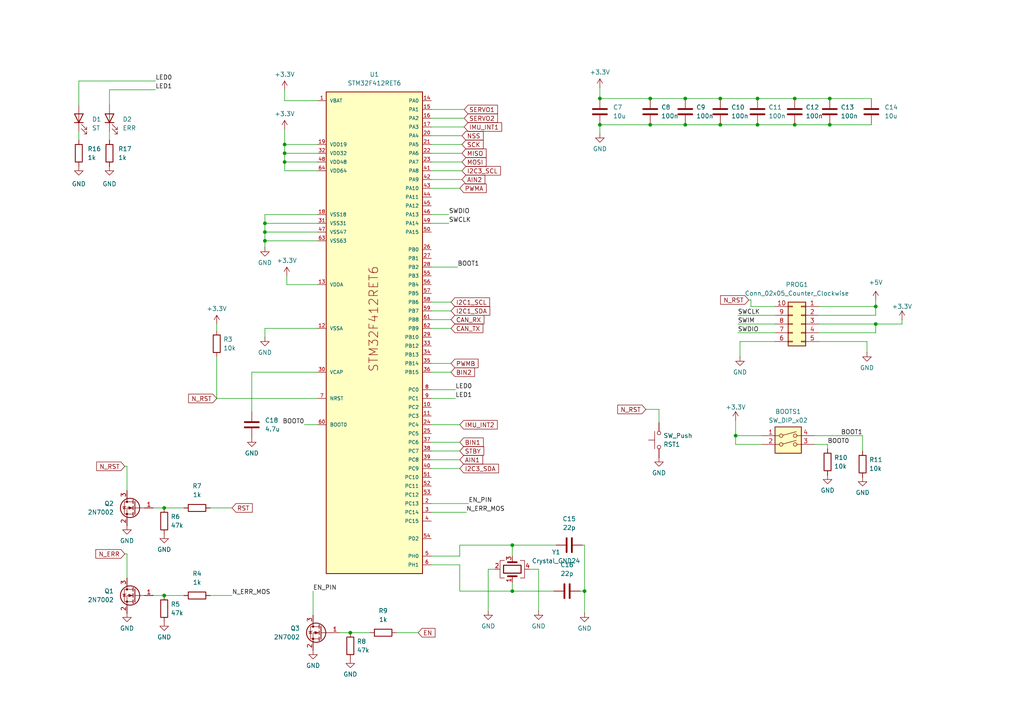
<source format=kicad_sch>
(kicad_sch (version 20231120) (generator "eeschema") (generator_version "8.0")
  (paper "A4")
  (lib_symbols
    (symbol "Connector_Generic:Conn_02x05_Counter_Clockwise" (pin_names (offset 1.016) hide)
      (property "Reference" "J" (at 1.27 7.62 0))
      (property "Value" "Conn_02x05_Counter_Clockwise" (at 1.27 -7.62 0))
      (symbol "Conn_02x05_Counter_Clockwise_1_1"
        (rectangle (start -1.27 -4.953) (end 0 -5.207) (stroke (width 0.1524)))
        (rectangle (start -1.27 -2.413) (end 0 -2.667) (stroke (width 0.1524)))
        (rectangle (start -1.27 0.127) (end 0 -0.127) (stroke (width 0.1524)))
        (rectangle (start -1.27 2.667) (end 0 2.413) (stroke (width 0.1524)))
        (rectangle (start -1.27 5.207) (end 0 4.953) (stroke (width 0.1524)))
        (rectangle (start -1.27 6.35) (end 3.81 -6.35) (stroke (width 0.254)) (fill (type background)))
        (rectangle (start 3.81 -4.953) (end 2.54 -5.207) (stroke (width 0.1524)))
        (rectangle (start 3.81 -2.413) (end 2.54 -2.667) (stroke (width 0.1524)))
        (rectangle (start 3.81 0.127) (end 2.54 -0.127) (stroke (width 0.1524)))
        (rectangle (start 3.81 2.667) (end 2.54 2.413) (stroke (width 0.1524)))
        (rectangle (start 3.81 5.207) (end 2.54 4.953) (stroke (width 0.1524)))
        (pin passive line (at -5.08 5.08 0) (length 3.81) (name "Pin_1") (number "1"))
        (pin passive line (at 7.62 5.08 180) (length 3.81) (name "Pin_10") (number "10"))
        (pin passive line (at -5.08 2.54 0) (length 3.81) (name "Pin_2") (number "2"))
        (pin passive line (at -5.08 0 0) (length 3.81) (name "Pin_3") (number "3"))
        (pin passive line (at -5.08 -2.54 0) (length 3.81) (name "Pin_4") (number "4"))
        (pin passive line (at -5.08 -5.08 0) (length 3.81) (name "Pin_5") (number "5"))
        (pin passive line (at 7.62 -5.08 180) (length 3.81) (name "Pin_6") (number "6"))
        (pin passive line (at 7.62 -2.54 180) (length 3.81) (name "Pin_7") (number "7"))
        (pin passive line (at 7.62 0 180) (length 3.81) (name "Pin_8") (number "8"))
        (pin passive line (at 7.62 2.54 180) (length 3.81) (name "Pin_9") (number "9"))
      )
    )
    (symbol "Device:C" (pin_numbers hide) (pin_names (offset 0.254))
      (property "Reference" "C" (at 0.635 2.54 0))
      (property "Value" "C" (at 0.635 -2.54 0))
      (symbol "C_0_1"
        (polyline (pts (xy -2.032 -0.762) (xy 2.032 -0.762)) (stroke (width 0.508)))
        (polyline (pts (xy -2.032 0.762) (xy 2.032 0.762)) (stroke (width 0.508)))
      )
      (symbol "C_1_1"
        (pin passive line (at 0 3.81 270) (length 2.794) (name "~") (number "1"))
        (pin passive line (at 0 -3.81 90) (length 2.794) (name "~") (number "2"))
      )
    )
    (symbol "Device:Crystal_GND24" (pin_names (offset 1.016) hide)
      (property "Reference" "Y" (at 3.175 5.08 0))
      (property "Value" "Crystal_GND24" (at 3.175 3.175 0))
      (symbol "Crystal_GND24_0_1"
        (rectangle (start -1.143 2.54) (end 1.143 -2.54) (stroke (width 0.3048)))
        (polyline (pts (xy -2.54 0) (xy -2.032 0)))
        (polyline (pts (xy -2.032 -1.27) (xy -2.032 1.27)) (stroke (width 0.508)))
        (polyline (pts (xy 0 -3.81) (xy 0 -3.556)))
        (polyline (pts (xy 0 3.556) (xy 0 3.81)))
        (polyline (pts (xy 2.032 -1.27) (xy 2.032 1.27)) (stroke (width 0.508)))
        (polyline (pts (xy 2.032 0) (xy 2.54 0)))
        (polyline (pts (xy -2.54 -2.286) (xy -2.54 -3.556) (xy 2.54 -3.556) (xy 2.54 -2.286)))
        (polyline (pts (xy -2.54 2.286) (xy -2.54 3.556) (xy 2.54 3.556) (xy 2.54 2.286)))
      )
      (symbol "Crystal_GND24_1_1"
        (pin passive line (at -3.81 0 0) (length 1.27) (name "1") (number "1"))
        (pin passive line (at 0 5.08 270) (length 1.27) (name "2") (number "2"))
        (pin passive line (at 3.81 0 180) (length 1.27) (name "3") (number "3"))
        (pin passive line (at 0 -5.08 90) (length 1.27) (name "4") (number "4"))
      )
    )
    (symbol "Device:LED" (pin_numbers hide) (pin_names (offset 1.016) hide)
      (property "Reference" "D" (at 0 2.54 0))
      (property "Value" "LED" (at 0 -2.54 0))
      (symbol "LED_0_1"
        (polyline (pts (xy -1.27 -1.27) (xy -1.27 1.27)) (stroke (width 0.254)))
        (polyline (pts (xy -1.27 0) (xy 1.27 0)))
        (polyline (pts (xy 1.27 -1.27) (xy 1.27 1.27) (xy -1.27 0) (xy 1.27 -1.27)) (stroke (width 0.254)))
        (polyline (pts (xy -3.048 -0.762) (xy -4.572 -2.286) (xy -3.81 -2.286) (xy -4.572 -2.286) (xy -4.572 -1.524)))
        (polyline (pts (xy -1.778 -0.762) (xy -3.302 -2.286) (xy -2.54 -2.286) (xy -3.302 -2.286) (xy -3.302 -1.524)))
      )
      (symbol "LED_1_1"
        (pin passive line (at -3.81 0 0) (length 2.54) (name "K") (number "1"))
        (pin passive line (at 3.81 0 180) (length 2.54) (name "A") (number "2"))
      )
    )
    (symbol "Device:R" (pin_numbers hide) (pin_names (offset 0))
      (property "Reference" "R" (at 2.032 0 90))
      (property "Value" "R" (at 0 0 90))
      (symbol "R_0_1"
        (rectangle (start -1.016 -2.54) (end 1.016 2.54) (stroke (width 0.254)))
      )
      (symbol "R_1_1"
        (pin passive line (at 0 3.81 270) (length 1.27) (name "~") (number "1"))
        (pin passive line (at 0 -3.81 90) (length 1.27) (name "~") (number "2"))
      )
    )
    (symbol "STM32F412RET6:STM32F412RET6" (pin_names (offset 1.016))
      (property "Reference" "U" (at 0 140.208 0))
      (property "Value" "STM32F412RET6" (at 0 -2.54 0))
      (symbol "STM32F412RET6_0_0"
        (rectangle (start 0 0) (end 27.94 139.7) (stroke (width 0.254)) (fill (type background)))
        (text "STM32F412RET6" (at 15.24 58.42 900) (effects (font (size 2.54 2.54)) (justify left bottom)))
        (pin power_in line (at -2.54 137.16 0) (length 2.54) (name "VBAT") (number "1"))
        (pin bidirectional line (at 30.48 48.26 180) (length 2.54) (name "PC2") (number "10"))
        (pin bidirectional line (at 30.48 45.72 180) (length 2.54) (name "PC3") (number "11"))
        (pin power_in line (at -2.54 71.12 0) (length 2.54) (name "VSSA") (number "12"))
        (pin power_in line (at -2.54 83.82 0) (length 2.54) (name "VDDA") (number "13"))
        (pin bidirectional line (at 30.48 137.16 180) (length 2.54) (name "PA0") (number "14"))
        (pin bidirectional line (at 30.48 134.62 180) (length 2.54) (name "PA1") (number "15"))
        (pin bidirectional line (at 30.48 132.08 180) (length 2.54) (name "PA2") (number "16"))
        (pin bidirectional line (at 30.48 129.54 180) (length 2.54) (name "PA3") (number "17"))
        (pin power_in line (at -2.54 104.14 0) (length 2.54) (name "VSS18") (number "18"))
        (pin power_in line (at -2.54 124.46 0) (length 2.54) (name "VDD19") (number "19"))
        (pin bidirectional line (at 30.48 20.32 180) (length 2.54) (name "PC13") (number "2"))
        (pin bidirectional line (at 30.48 127 180) (length 2.54) (name "PA4") (number "20"))
        (pin bidirectional line (at 30.48 124.46 180) (length 2.54) (name "PA5") (number "21"))
        (pin bidirectional line (at 30.48 121.92 180) (length 2.54) (name "PA6") (number "22"))
        (pin bidirectional line (at 30.48 119.38 180) (length 2.54) (name "PA7") (number "23"))
        (pin bidirectional line (at 30.48 43.18 180) (length 2.54) (name "PC4") (number "24"))
        (pin bidirectional line (at 30.48 40.64 180) (length 2.54) (name "PC5") (number "25"))
        (pin bidirectional line (at 30.48 93.98 180) (length 2.54) (name "PB0") (number "26"))
        (pin bidirectional line (at 30.48 91.44 180) (length 2.54) (name "PB1") (number "27"))
        (pin bidirectional line (at 30.48 88.9 180) (length 2.54) (name "PB2") (number "28"))
        (pin bidirectional line (at 30.48 68.58 180) (length 2.54) (name "PB10") (number "29"))
        (pin bidirectional line (at 30.48 17.78 180) (length 2.54) (name "PC14") (number "3"))
        (pin power_in line (at -2.54 58.42 0) (length 2.54) (name "VCAP") (number "30"))
        (pin power_in line (at -2.54 101.6 0) (length 2.54) (name "VSS31") (number "31"))
        (pin power_in line (at -2.54 121.92 0) (length 2.54) (name "VDD32") (number "32"))
        (pin bidirectional line (at 30.48 66.04 180) (length 2.54) (name "PB12") (number "33"))
        (pin bidirectional line (at 30.48 63.5 180) (length 2.54) (name "PB13") (number "34"))
        (pin bidirectional line (at 30.48 60.96 180) (length 2.54) (name "PB14") (number "35"))
        (pin bidirectional line (at 30.48 58.42 180) (length 2.54) (name "PB15") (number "36"))
        (pin bidirectional line (at 30.48 38.1 180) (length 2.54) (name "PC6") (number "37"))
        (pin bidirectional line (at 30.48 35.56 180) (length 2.54) (name "PC7") (number "38"))
        (pin bidirectional line (at 30.48 33.02 180) (length 2.54) (name "PC8") (number "39"))
        (pin bidirectional line (at 30.48 15.24 180) (length 2.54) (name "PC15") (number "4"))
        (pin bidirectional line (at 30.48 30.48 180) (length 2.54) (name "PC9") (number "40"))
        (pin bidirectional line (at 30.48 116.84 180) (length 2.54) (name "PA8") (number "41"))
        (pin bidirectional line (at 30.48 114.3 180) (length 2.54) (name "PA9") (number "42"))
        (pin bidirectional line (at 30.48 111.76 180) (length 2.54) (name "PA10") (number "43"))
        (pin bidirectional line (at 30.48 109.22 180) (length 2.54) (name "PA11") (number "44"))
        (pin bidirectional line (at 30.48 106.68 180) (length 2.54) (name "PA12") (number "45"))
        (pin bidirectional line (at 30.48 104.14 180) (length 2.54) (name "PA13") (number "46"))
        (pin power_in line (at -2.54 99.06 0) (length 2.54) (name "VSS47") (number "47"))
        (pin power_in line (at -2.54 119.38 0) (length 2.54) (name "VDD48") (number "48"))
        (pin bidirectional line (at 30.48 101.6 180) (length 2.54) (name "PA14") (number "49"))
        (pin bidirectional line (at 30.48 5.08 180) (length 2.54) (name "PH0") (number "5"))
        (pin bidirectional line (at 30.48 99.06 180) (length 2.54) (name "PA15") (number "50"))
        (pin bidirectional line (at 30.48 27.94 180) (length 2.54) (name "PC10") (number "51"))
        (pin bidirectional line (at 30.48 25.4 180) (length 2.54) (name "PC11") (number "52"))
        (pin bidirectional line (at 30.48 22.86 180) (length 2.54) (name "PC12") (number "53"))
        (pin bidirectional line (at 30.48 10.16 180) (length 2.54) (name "PD2") (number "54"))
        (pin bidirectional line (at 30.48 86.36 180) (length 2.54) (name "PB3") (number "55"))
        (pin bidirectional line (at 30.48 83.82 180) (length 2.54) (name "PB4") (number "56"))
        (pin bidirectional line (at 30.48 81.28 180) (length 2.54) (name "PB5") (number "57"))
        (pin bidirectional line (at 30.48 78.74 180) (length 2.54) (name "PB6") (number "58"))
        (pin bidirectional line (at 30.48 76.2 180) (length 2.54) (name "PB7") (number "59"))
        (pin bidirectional line (at 30.48 2.54 180) (length 2.54) (name "PH1") (number "6"))
        (pin input line (at -2.54 43.18 0) (length 2.54) (name "BOOT0") (number "60"))
        (pin bidirectional line (at 30.48 73.66 180) (length 2.54) (name "PB8") (number "61"))
        (pin bidirectional line (at 30.48 71.12 180) (length 2.54) (name "PB9") (number "62"))
        (pin power_in line (at -2.54 96.52 0) (length 2.54) (name "VSS63") (number "63"))
        (pin power_in line (at -2.54 116.84 0) (length 2.54) (name "VDD64") (number "64"))
        (pin input line (at -2.54 50.8 0) (length 2.54) (name "NRST") (number "7"))
        (pin bidirectional line (at 30.48 53.34 180) (length 2.54) (name "PC0") (number "8"))
        (pin bidirectional line (at 30.48 50.8 180) (length 2.54) (name "PC1") (number "9"))
      )
    )
    (symbol "Switch:SW_DIP_x02" (pin_names (offset 0) hide)
      (property "Reference" "SW" (at 0 6.35 0))
      (property "Value" "SW_DIP_x02" (at 0 -3.81 0))
      (symbol "SW_DIP_x02_0_0"
        (circle (center -2.032 0) (radius 0.508))
        (circle (center -2.032 2.54) (radius 0.508))
        (polyline (pts (xy -1.524 0.127) (xy 2.3622 1.1684)))
        (polyline (pts (xy -1.524 2.667) (xy 2.3622 3.7084)))
        (circle (center 2.032 0) (radius 0.508))
        (circle (center 2.032 2.54) (radius 0.508))
      )
      (symbol "SW_DIP_x02_0_1"
        (rectangle (start -3.81 5.08) (end 3.81 -2.54) (stroke (width 0.254)) (fill (type background)))
      )
      (symbol "SW_DIP_x02_1_1"
        (pin passive line (at -7.62 2.54 0) (length 5.08) (name "~") (number "1"))
        (pin passive line (at -7.62 0 0) (length 5.08) (name "~") (number "2"))
        (pin passive line (at 7.62 0 180) (length 5.08) (name "~") (number "3"))
        (pin passive line (at 7.62 2.54 180) (length 5.08) (name "~") (number "4"))
      )
    )
    (symbol "Switch:SW_Push" (pin_numbers hide) (pin_names (offset 1.016) hide)
      (property "Reference" "SW" (at 1.27 2.54 0))
      (property "Value" "SW_Push" (at 0 -1.524 0))
      (symbol "SW_Push_0_1"
        (circle (center -2.032 0) (radius 0.508))
        (polyline (pts (xy 0 1.27) (xy 0 3.048)))
        (polyline (pts (xy 2.54 1.27) (xy -2.54 1.27)))
        (circle (center 2.032 0) (radius 0.508))
        (pin passive line (at -5.08 0 0) (length 2.54) (name "1") (number "1"))
        (pin passive line (at 5.08 0 180) (length 2.54) (name "2") (number "2"))
      )
    )
    (symbol "Transistor_FET:2N7002" (pin_names hide)
      (property "Reference" "Q" (at 5.08 1.905 0))
      (property "Value" "2N7002" (at 5.08 0 0))
      (symbol "2N7002_0_1"
        (polyline (pts (xy 0.254 0) (xy -2.54 0)))
        (polyline (pts (xy 0.254 1.905) (xy 0.254 -1.905)) (stroke (width 0.254)))
        (polyline (pts (xy 0.762 -1.27) (xy 0.762 -2.286)) (stroke (width 0.254)))
        (polyline (pts (xy 0.762 0.508) (xy 0.762 -0.508)) (stroke (width 0.254)))
        (polyline (pts (xy 0.762 2.286) (xy 0.762 1.27)) (stroke (width 0.254)))
        (polyline (pts (xy 2.54 2.54) (xy 2.54 1.778)))
        (polyline (pts (xy 2.54 -2.54) (xy 2.54 0) (xy 0.762 0)))
        (polyline (pts (xy 0.762 -1.778) (xy 3.302 -1.778) (xy 3.302 1.778) (xy 0.762 1.778)))
        (polyline (pts (xy 1.016 0) (xy 2.032 0.381) (xy 2.032 -0.381) (xy 1.016 0)) (fill (type outline)))
        (polyline (pts (xy 2.794 0.508) (xy 2.921 0.381) (xy 3.683 0.381) (xy 3.81 0.254)))
        (polyline (pts (xy 3.302 0.381) (xy 2.921 -0.254) (xy 3.683 -0.254) (xy 3.302 0.381)))
        (circle (center 1.651 0) (radius 2.794) (stroke (width 0.254)))
        (circle (center 2.54 -1.778) (radius 0.254) (fill (type outline)))
        (circle (center 2.54 1.778) (radius 0.254) (fill (type outline)))
      )
      (symbol "2N7002_1_1"
        (pin input line (at -5.08 0 0) (length 2.54) (name "G") (number "1"))
        (pin passive line (at 2.54 -5.08 90) (length 2.54) (name "S") (number "2"))
        (pin passive line (at 2.54 5.08 270) (length 2.54) (name "D") (number "3"))
      )
    )
    (symbol "power:+3.3V" (power) (pin_numbers hide) (pin_names (offset 0) hide)
      (property "Value" "+3.3V" (at 0 3.556 0))
      (symbol "+3.3V_0_1"
        (polyline (pts (xy -0.762 1.27) (xy 0 2.54)))
        (polyline (pts (xy 0 0) (xy 0 2.54)))
        (polyline (pts (xy 0 2.54) (xy 0.762 1.27)))
      )
      (symbol "+3.3V_1_1"
        (pin power_in line (at 0 0 90) (length 0) (name "~") (number "1"))
      )
    )
    (symbol "power:GND" (power) (pin_numbers hide) (pin_names (offset 0) hide)
      (property "Value" "GND" (at 0 -3.81 0))
      (symbol "GND_0_1"
        (polyline (pts (xy 0 0) (xy 0 -1.27) (xy 1.27 -1.27) (xy 0 -2.54) (xy -1.27 -1.27) (xy 0 -1.27)))
      )
      (symbol "GND_1_1"
        (pin power_in line (at 0 0 270) (length 0) (name "~") (number "1"))
      )
    )
  )
  (junction (at 101.6 183.515))
  (junction (at 230.505 28.575))
  (junction (at 169.545 171.45))
  (junction (at 47.625 147.32))
  (junction (at 254 88.9))
  (junction (at 47.625 172.72))
  (junction (at 219.71 36.195))
  (junction (at 76.835 64.77))
  (junction (at 76.835 69.85))
  (junction (at 188.595 28.575))
  (junction (at 82.55 44.45))
  (junction (at 208.915 28.575))
  (junction (at 173.99 36.195))
  (junction (at 148.59 171.45))
  (junction (at 198.755 36.195))
  (junction (at 213.36 126.365))
  (junction (at 208.915 36.195))
  (junction (at 240.665 28.575))
  (junction (at 219.71 28.575))
  (junction (at 240.665 36.195))
  (junction (at 188.595 36.195))
  (junction (at 173.99 28.575))
  (junction (at 148.59 158.115))
  (junction (at 76.835 67.31))
  (junction (at 230.505 36.195))
  (junction (at 254 93.98))
  (junction (at 82.55 46.99))
  (junction (at 82.55 41.91))
  (junction (at 198.755 28.575))
  (wire (pts (xy 133.35 171.45) (xy 148.59 171.45)))
  (wire (pts (xy 125.095 52.07) (xy 133.985 52.07)))
  (wire (pts (xy 214.63 99.06) (xy 224.79 99.06)))
  (wire (pts (xy 125.095 95.25) (xy 130.81 95.25)))
  (wire (pts (xy 73.025 119.38) (xy 73.025 107.95)))
  (wire (pts (xy 133.35 158.115) (xy 148.59 158.115)))
  (wire (pts (xy 36.83 135.255) (xy 36.195 135.255)))
  (wire (pts (xy 213.995 91.44) (xy 224.79 91.44)))
  (wire (pts (xy 213.36 128.905) (xy 213.36 126.365)))
  (wire (pts (xy 191.135 118.745) (xy 191.135 122.555)))
  (wire (pts (xy 148.59 171.45) (xy 160.655 171.45)))
  (wire (pts (xy 83.185 80.01) (xy 83.185 82.55)))
  (wire (pts (xy 31.75 38.1) (xy 31.75 40.64)))
  (wire (pts (xy 173.99 28.575) (xy 188.595 28.575)))
  (wire (pts (xy 36.83 160.655) (xy 36.195 160.655)))
  (wire (pts (xy 125.095 163.83) (xy 133.35 163.83)))
  (wire (pts (xy 82.55 26.035) (xy 82.55 29.21)))
  (wire (pts (xy 125.095 54.61) (xy 133.35 54.61)))
  (wire (pts (xy 217.805 88.9) (xy 224.79 88.9)))
  (wire (pts (xy 92.075 46.99) (xy 82.55 46.99)))
  (wire (pts (xy 168.275 171.45) (xy 169.545 171.45)))
  (wire (pts (xy 173.99 25.4) (xy 173.99 28.575)))
  (wire (pts (xy 125.095 92.71) (xy 130.81 92.71)))
  (wire (pts (xy 125.095 62.23) (xy 130.175 62.23)))
  (wire (pts (xy 47.625 172.72) (xy 53.34 172.72)))
  (wire (pts (xy 214.63 99.06) (xy 214.63 103.505)))
  (wire (pts (xy 92.075 49.53) (xy 82.55 49.53)))
  (wire (pts (xy 125.095 133.35) (xy 133.35 133.35)))
  (wire (pts (xy 213.36 121.92) (xy 213.36 126.365)))
  (wire (pts (xy 213.995 93.98) (xy 224.79 93.98)))
  (wire (pts (xy 125.095 128.27) (xy 133.35 128.27)))
  (wire (pts (xy 125.095 130.81) (xy 133.35 130.81)))
  (wire (pts (xy 98.425 183.515) (xy 101.6 183.515)))
  (wire (pts (xy 125.095 123.19) (xy 133.35 123.19)))
  (wire (pts (xy 213.36 126.365) (xy 220.98 126.365)))
  (wire (pts (xy 156.21 165.1) (xy 156.21 177.165)))
  (wire (pts (xy 125.095 46.99) (xy 133.985 46.99)))
  (wire (pts (xy 250.19 126.365) (xy 250.19 130.81)))
  (wire (pts (xy 125.095 135.89) (xy 133.35 135.89)))
  (wire (pts (xy 125.095 161.29) (xy 133.35 161.29)))
  (wire (pts (xy 198.755 28.575) (xy 208.915 28.575)))
  (wire (pts (xy 36.83 167.64) (xy 36.83 160.655)))
  (wire (pts (xy 82.55 44.45) (xy 82.55 41.91)))
  (wire (pts (xy 237.49 96.52) (xy 254 96.52)))
  (wire (pts (xy 62.865 115.57) (xy 92.075 115.57)))
  (wire (pts (xy 76.835 67.31) (xy 76.835 69.85)))
  (wire (pts (xy 125.095 49.53) (xy 133.985 49.53)))
  (wire (pts (xy 141.605 177.165) (xy 141.605 165.1)))
  (wire (pts (xy 73.025 107.95) (xy 92.075 107.95)))
  (wire (pts (xy 261.62 93.98) (xy 254 93.98)))
  (wire (pts (xy 101.6 183.515) (xy 107.315 183.515)))
  (wire (pts (xy 76.835 64.77) (xy 92.075 64.77)))
  (wire (pts (xy 188.595 28.575) (xy 198.755 28.575)))
  (wire (pts (xy 62.865 103.505) (xy 62.865 115.57)))
  (wire (pts (xy 76.835 95.25) (xy 76.835 97.79)))
  (wire (pts (xy 125.095 148.59) (xy 135.255 148.59)))
  (wire (pts (xy 169.545 171.45) (xy 169.545 177.8)))
  (wire (pts (xy 254 88.9) (xy 254 91.44)))
  (wire (pts (xy 22.86 38.1) (xy 22.86 40.64)))
  (wire (pts (xy 230.505 28.575) (xy 240.665 28.575)))
  (wire (pts (xy 220.98 128.905) (xy 213.36 128.905)))
  (wire (pts (xy 133.35 161.29) (xy 133.35 158.115)))
  (wire (pts (xy 125.095 113.03) (xy 132.08 113.03)))
  (wire (pts (xy 148.59 171.45) (xy 148.59 168.91)))
  (wire (pts (xy 133.35 163.83) (xy 133.35 171.45)))
  (wire (pts (xy 230.505 36.195) (xy 240.665 36.195)))
  (wire (pts (xy 188.595 36.195) (xy 198.755 36.195)))
  (wire (pts (xy 82.55 41.91) (xy 82.55 37.465)))
  (wire (pts (xy 76.835 69.85) (xy 92.075 69.85)))
  (wire (pts (xy 168.91 158.115) (xy 169.545 158.115)))
  (wire (pts (xy 60.96 147.32) (xy 67.31 147.32)))
  (wire (pts (xy 125.095 115.57) (xy 132.08 115.57)))
  (wire (pts (xy 22.86 23.495) (xy 22.86 30.48)))
  (wire (pts (xy 125.095 64.77) (xy 130.175 64.77)))
  (wire (pts (xy 236.22 128.905) (xy 240.03 128.905)))
  (wire (pts (xy 44.45 172.72) (xy 47.625 172.72)))
  (wire (pts (xy 237.49 88.9) (xy 254 88.9)))
  (wire (pts (xy 76.835 71.755) (xy 76.835 69.85)))
  (wire (pts (xy 76.835 64.77) (xy 76.835 67.31)))
  (wire (pts (xy 45.085 23.495) (xy 22.86 23.495)))
  (wire (pts (xy 125.095 146.05) (xy 135.89 146.05)))
  (wire (pts (xy 148.59 158.115) (xy 161.29 158.115)))
  (wire (pts (xy 125.095 36.83) (xy 134.62 36.83)))
  (wire (pts (xy 254 88.9) (xy 254 86.995)))
  (wire (pts (xy 88.265 123.19) (xy 92.075 123.19)))
  (wire (pts (xy 92.075 95.25) (xy 76.835 95.25)))
  (wire (pts (xy 82.55 49.53) (xy 82.55 46.99)))
  (wire (pts (xy 148.59 158.115) (xy 148.59 161.29)))
  (wire (pts (xy 213.995 96.52) (xy 224.79 96.52)))
  (wire (pts (xy 198.755 36.195) (xy 208.915 36.195)))
  (wire (pts (xy 217.805 86.995) (xy 217.805 88.9)))
  (wire (pts (xy 125.095 39.37) (xy 133.985 39.37)))
  (wire (pts (xy 237.49 99.06) (xy 251.46 99.06)))
  (wire (pts (xy 114.935 183.515) (xy 121.285 183.515)))
  (wire (pts (xy 83.185 82.55) (xy 92.075 82.55)))
  (wire (pts (xy 125.095 44.45) (xy 133.985 44.45)))
  (wire (pts (xy 208.915 28.575) (xy 219.71 28.575)))
  (wire (pts (xy 240.665 28.575) (xy 252.73 28.575)))
  (wire (pts (xy 237.49 93.98) (xy 254 93.98)))
  (wire (pts (xy 217.17 86.995) (xy 217.805 86.995)))
  (wire (pts (xy 125.095 77.47) (xy 132.715 77.47)))
  (wire (pts (xy 141.605 165.1) (xy 143.51 165.1)))
  (wire (pts (xy 254 96.52) (xy 254 93.98)))
  (wire (pts (xy 240.03 128.905) (xy 240.03 130.175)))
  (wire (pts (xy 125.095 90.17) (xy 130.81 90.17)))
  (wire (pts (xy 76.835 67.31) (xy 92.075 67.31)))
  (wire (pts (xy 125.095 105.41) (xy 130.81 105.41)))
  (wire (pts (xy 236.22 126.365) (xy 250.19 126.365)))
  (wire (pts (xy 36.83 142.24) (xy 36.83 135.255)))
  (wire (pts (xy 82.55 29.21) (xy 92.075 29.21)))
  (wire (pts (xy 47.625 147.32) (xy 53.34 147.32)))
  (wire (pts (xy 92.075 44.45) (xy 82.55 44.45)))
  (wire (pts (xy 31.75 26.035) (xy 31.75 30.48)))
  (wire (pts (xy 76.835 62.23) (xy 76.835 64.77)))
  (wire (pts (xy 82.55 46.99) (xy 82.55 44.45)))
  (wire (pts (xy 251.46 99.06) (xy 251.46 102.235)))
  (wire (pts (xy 219.71 36.195) (xy 230.505 36.195)))
  (wire (pts (xy 219.71 28.575) (xy 230.505 28.575)))
  (wire (pts (xy 169.545 158.115) (xy 169.545 171.45)))
  (wire (pts (xy 92.075 62.23) (xy 76.835 62.23)))
  (wire (pts (xy 125.095 87.63) (xy 130.81 87.63)))
  (wire (pts (xy 153.67 165.1) (xy 156.21 165.1)))
  (wire (pts (xy 240.665 36.195) (xy 252.73 36.195)))
  (wire (pts (xy 60.96 172.72) (xy 67.31 172.72)))
  (wire (pts (xy 125.095 34.29) (xy 134.62 34.29)))
  (wire (pts (xy 90.805 178.435) (xy 90.805 171.45)))
  (wire (pts (xy 62.865 93.98) (xy 62.865 95.885)))
  (wire (pts (xy 125.095 41.91) (xy 133.985 41.91)))
  (wire (pts (xy 173.99 36.195) (xy 173.99 38.735)))
  (wire (pts (xy 125.095 31.75) (xy 134.62 31.75)))
  (wire (pts (xy 261.62 93.98) (xy 261.62 92.71)))
  (wire (pts (xy 188.595 36.195) (xy 173.99 36.195)))
  (wire (pts (xy 92.075 41.91) (xy 82.55 41.91)))
  (wire (pts (xy 45.085 26.035) (xy 31.75 26.035)))
  (wire (pts (xy 208.915 36.195) (xy 219.71 36.195)))
  (wire (pts (xy 187.325 118.745) (xy 191.135 118.745)))
  (wire (pts (xy 44.45 147.32) (xy 47.625 147.32)))
  (wire (pts (xy 237.49 91.44) (xy 254 91.44)))
  (wire (pts (xy 125.095 107.95) (xy 130.81 107.95)))
  (label "LED1" (at 45.085 26.035 0))
  (label "SWCLK" (at 213.995 91.44 0))
  (label "BOOT1" (at 250.19 126.365 180))
  (label "EN_PIN" (at 90.805 171.45 0))
  (label "LED0" (at 132.08 113.03 0))
  (label "SWCLK" (at 130.175 64.77 0))
  (label "SWDIO" (at 130.175 62.23 0))
  (label "LED0" (at 45.085 23.495 0))
  (label "EN_PIN" (at 135.89 146.05 0))
  (label "SWDIO" (at 213.995 96.52 0))
  (label "N_ERR_MOS" (at 67.31 172.72 0))
  (label "BOOT0" (at 240.03 128.905 0))
  (label "N_ERR_MOS" (at 135.255 148.59 0))
  (label "SWIM" (at 213.995 93.98 0))
  (label "BOOT0" (at 88.265 123.19 180))
  (label "LED1" (at 132.08 115.57 0))
  (label "BOOT1" (at 132.715 77.47 0))
  (global_label "SCK" (shape input) (at 133.985 41.91 0) (property "Intersheetrefs" "${INTERSHEET_REFS}" (effects (hide yes))))
  (global_label "AIN1" (shape input) (at 133.35 133.35 0) (property "Intersheetrefs" "${INTERSHEET_REFS}" (effects (hide yes))))
  (global_label "N_RST" (shape input) (at 217.17 86.995 180) (property "Intersheetrefs" "${INTERSHEET_REFS}" (effects (hide yes))))
  (global_label "SERVO1" (shape input) (at 134.62 31.75 0) (property "Intersheetrefs" "${INTERSHEET_REFS}" (effects (hide yes))))
  (global_label "NSS" (shape input) (at 133.985 39.37 0) (property "Intersheetrefs" "${INTERSHEET_REFS}" (effects (hide yes))))
  (global_label "BIN2" (shape input) (at 130.81 107.95 0) (property "Intersheetrefs" "${INTERSHEET_REFS}" (effects (hide yes))))
  (global_label "CAN_RX" (shape input) (at 130.81 92.71 0) (property "Intersheetrefs" "${INTERSHEET_REFS}" (effects (hide yes))))
  (global_label "CAN_TX" (shape input) (at 130.81 95.25 0) (property "Intersheetrefs" "${INTERSHEET_REFS}" (effects (hide yes))))
  (global_label "MOSI" (shape input) (at 133.985 46.99 0) (property "Intersheetrefs" "${INTERSHEET_REFS}" (effects (hide yes))))
  (global_label "I2C3_SDA" (shape input) (at 133.35 135.89 0) (property "Intersheetrefs" "${INTERSHEET_REFS}" (effects (hide yes))))
  (global_label "IMU_INT2" (shape input) (at 133.35 123.19 0) (property "Intersheetrefs" "${INTERSHEET_REFS}" (effects (hide yes))))
  (global_label "MISO" (shape input) (at 133.985 44.45 0) (property "Intersheetrefs" "${INTERSHEET_REFS}" (effects (hide yes))))
  (global_label "N_RST" (shape input) (at 187.325 118.745 180) (property "Intersheetrefs" "${INTERSHEET_REFS}" (effects (hide yes))))
  (global_label "N_RST" (shape input) (at 36.195 135.255 180) (property "Intersheetrefs" "${INTERSHEET_REFS}" (effects (hide yes))))
  (global_label "IMU_INT1" (shape input) (at 134.62 36.83 0) (property "Intersheetrefs" "${INTERSHEET_REFS}" (effects (hide yes))))
  (global_label "STBY" (shape input) (at 133.35 130.81 0) (property "Intersheetrefs" "${INTERSHEET_REFS}" (effects (hide yes))))
  (global_label "I2C3_SCL" (shape input) (at 133.985 49.53 0) (property "Intersheetrefs" "${INTERSHEET_REFS}" (effects (hide yes))))
  (global_label "AIN2" (shape input) (at 133.985 52.07 0) (property "Intersheetrefs" "${INTERSHEET_REFS}" (effects (hide yes))))
  (global_label "BIN1" (shape input) (at 133.35 128.27 0) (property "Intersheetrefs" "${INTERSHEET_REFS}" (effects (hide yes))))
  (global_label "RST" (shape input) (at 67.31 147.32 0) (property "Intersheetrefs" "${INTERSHEET_REFS}" (effects (hide yes))))
  (global_label "EN" (shape input) (at 121.285 183.515 0) (property "Intersheetrefs" "${INTERSHEET_REFS}" (effects (hide yes))))
  (global_label "I2C1_SCL" (shape input) (at 130.81 87.63 0) (property "Intersheetrefs" "${INTERSHEET_REFS}" (effects (hide yes))))
  (global_label "SERVO2" (shape input) (at 134.62 34.29 0) (property "Intersheetrefs" "${INTERSHEET_REFS}" (effects (hide yes))))
  (global_label "I2C1_SDA" (shape input) (at 130.81 90.17 0) (property "Intersheetrefs" "${INTERSHEET_REFS}" (effects (hide yes))))
  (global_label "PWMB" (shape input) (at 130.81 105.41 0) (property "Intersheetrefs" "${INTERSHEET_REFS}" (effects (hide yes))))
  (global_label "N_RST" (shape input) (at 62.865 115.57 180) (property "Intersheetrefs" "${INTERSHEET_REFS}" (effects (hide yes))))
  (global_label "PWMA" (shape input) (at 133.35 54.61 0) (property "Intersheetrefs" "${INTERSHEET_REFS}" (effects (hide yes))))
  (global_label "N_ERR" (shape input) (at 36.195 160.655 180) (property "Intersheetrefs" "${INTERSHEET_REFS}" (effects (hide yes))))
  (symbol (lib_id "power:+3.3V") (at 254 86.995 0) (unit 1)
    (property "Reference" "#PWR036" (effects (hide yes)))
    (property "Value" "+5V" (at 254 81.915 0))
  )
  (symbol (lib_id "power:GND") (at 250.19 138.43 0) (unit 1)
    (property "Reference" "#PWR041" (effects (hide yes)))
    (property "Value" "GND" (at 250.19 142.875 0))
    (property "Description" "Power symbol creates a global label with name \"GND\" , ground" (effects (hide yes)))
  )
  (symbol (lib_id "power:GND") (at 76.835 97.79 0) (unit 1)
    (property "Reference" "#PWR022" (effects (hide yes)))
    (property "Value" "GND" (at 76.835 102.235 0))
    (property "Description" "Power symbol creates a global label with name \"GND\" , ground" (effects (hide yes)))
  )
  (symbol (lib_id "power:GND") (at 240.03 137.795 0) (unit 1)
    (property "Reference" "#PWR040" (effects (hide yes)))
    (property "Value" "GND" (at 240.03 142.24 0))
    (property "Description" "Power symbol creates a global label with name \"GND\" , ground" (effects (hide yes)))
  )
  (symbol (lib_id "Device:C") (at 208.915 32.385 0) (unit 1)
    (property "Reference" "C10" (at 212.09 31.1149 0) (effects (justify left)))
    (property "Value" "100n" (at 212.09 33.6549 0) (effects (justify left)))
    (property "Footprint" "Capacitor_SMD:C_0603_1608Metric_Pad1.08x0.95mm_HandSolder" (effects (hide yes)))
    (property "Description" "Unpolarized capacitor" (effects (hide yes)))
  )
  (symbol (lib_id "Device:R") (at 31.75 44.45 0) (unit 1)
    (property "Reference" "R17" (at 34.29 43.1799 0) (effects (justify left)))
    (property "Value" "1k" (at 34.29 45.7199 0) (effects (justify left)))
    (property "Footprint" "Resistor_SMD:R_0603_1608Metric_Pad0.98x0.95mm_HandSolder" (effects (hide yes)))
    (property "Description" "Resistor" (effects (hide yes)))
  )
  (symbol (lib_id "power:GND") (at 191.135 132.715 0) (unit 1)
    (property "Reference" "#PWR043" (effects (hide yes)))
    (property "Value" "GND" (at 191.135 137.16 0))
    (property "Description" "Power symbol creates a global label with name \"GND\" , ground" (effects (hide yes)))
  )
  (symbol (lib_id "Device:C") (at 165.1 158.115 90) (unit 1)
    (property "Reference" "C15" (at 165.1 150.495 90))
    (property "Value" "22p" (at 165.1 153.035 90))
    (property "Footprint" "Capacitor_SMD:C_0603_1608Metric_Pad1.08x0.95mm_HandSolder" (effects (hide yes)))
    (property "Description" "Unpolarized capacitor" (effects (hide yes)))
  )
  (symbol (lib_id "power:+3.3V") (at 83.185 80.01 0) (unit 1)
    (property "Reference" "#PWR019" (effects (hide yes)))
    (property "Value" "+3.3V" (at 83.185 75.565 0))
    (property "Description" "Power symbol creates a global label with name \"+3.3V\"" (effects (hide yes)))
  )
  (symbol (lib_id "Device:R") (at 111.125 183.515 90) (unit 1)
    (property "Reference" "R9" (at 111.125 177.165 90))
    (property "Value" "1k" (at 111.125 179.705 90))
    (property "Footprint" "Resistor_SMD:R_0603_1608Metric_Pad0.98x0.95mm_HandSolder" (effects (hide yes)))
    (property "Description" "Resistor" (effects (hide yes)))
  )
  (symbol (lib_id "power:+3.3V") (at 82.55 26.035 0) (unit 1)
    (property "Reference" "#PWR018" (effects (hide yes)))
    (property "Value" "+3.3V" (at 82.55 21.59 0))
    (property "Description" "Power symbol creates a global label with name \"+3.3V\"" (effects (hide yes)))
  )
  (symbol (lib_id "power:GND") (at 214.63 103.505 0) (unit 1)
    (property "Reference" "#PWR034" (effects (hide yes)))
    (property "Value" "GND" (at 214.63 107.95 0))
    (property "Description" "Power symbol creates a global label with name \"GND\" , ground" (effects (hide yes)))
  )
  (symbol (lib_id "Device:C") (at 240.665 32.385 0) (unit 1)
    (property "Reference" "C13" (at 243.84 31.1149 0) (effects (justify left)))
    (property "Value" "100n" (at 243.84 33.6549 0) (effects (justify left)))
    (property "Footprint" "Capacitor_SMD:C_0603_1608Metric_Pad1.08x0.95mm_HandSolder" (effects (hide yes)))
    (property "Description" "Unpolarized capacitor" (effects (hide yes)))
  )
  (symbol (lib_id "power:GND") (at 47.625 154.94 0) (mirror y) (unit 1)
    (property "Reference" "#PWR033" (effects (hide yes)))
    (property "Value" "GND" (at 47.625 159.385 0))
    (property "Description" "Power symbol creates a global label with name \"GND\" , ground" (effects (hide yes)))
  )
  (symbol (lib_id "power:GND") (at 31.75 48.26 0) (unit 1)
    (property "Reference" "#PWR091" (effects (hide yes)))
    (property "Value" "GND" (at 31.75 53.34 0))
    (property "Description" "Power symbol creates a global label with name \"GND\" , ground" (effects (hide yes)))
  )
  (symbol (lib_id "power:GND") (at 76.835 71.755 0) (unit 1)
    (property "Reference" "#PWR021" (effects (hide yes)))
    (property "Value" "GND" (at 76.835 76.2 0))
    (property "Description" "Power symbol creates a global label with name \"GND\" , ground" (effects (hide yes)))
  )
  (symbol (lib_id "Device:R") (at 57.15 147.32 90) (unit 1)
    (property "Reference" "R7" (at 57.15 140.97 90))
    (property "Value" "1k" (at 57.15 143.51 90))
    (property "Footprint" "Resistor_SMD:R_0603_1608Metric_Pad0.98x0.95mm_HandSolder" (effects (hide yes)))
    (property "Description" "Resistor" (effects (hide yes)))
  )
  (symbol (lib_id "power:GND") (at 73.025 127 0) (unit 1)
    (property "Reference" "#PWR015" (effects (hide yes)))
    (property "Value" "GND" (at 73.025 131.445 0))
    (property "Description" "Power symbol creates a global label with name \"GND\" , ground" (effects (hide yes)))
  )
  (symbol (lib_id "Device:LED") (at 31.75 34.29 90) (unit 1)
    (property "Reference" "D2" (at 35.56 34.6074 90) (effects (justify right)))
    (property "Value" "ERR" (at 35.56 37.1474 90) (effects (justify right)))
    (property "Footprint" "LED_SMD:LED_0805_2012Metric_Pad1.15x1.40mm_HandSolder" (effects (hide yes)))
    (property "Description" "Light emitting diode" (effects (hide yes)))
  )
  (symbol (lib_id "power:GND") (at 169.545 177.8 0) (unit 1)
    (property "Reference" "#PWR028" (effects (hide yes)))
    (property "Value" "GND" (at 169.545 182.245 0))
    (property "Description" "Power symbol creates a global label with name \"GND\" , ground" (effects (hide yes)))
  )
  (symbol (lib_id "Device:R") (at 47.625 151.13 180) (unit 1)
    (property "Reference" "R6" (at 49.53 149.8599 0) (effects (justify right)))
    (property "Value" "47k" (at 49.53 152.3999 0) (effects (justify right)))
    (property "Footprint" "Resistor_SMD:R_0603_1608Metric_Pad0.98x0.95mm_HandSolder" (effects (hide yes)))
    (property "Description" "Resistor" (effects (hide yes)))
  )
  (symbol (lib_id "power:GND") (at 251.46 102.235 0) (unit 1)
    (property "Reference" "#PWR035" (effects (hide yes)))
    (property "Value" "GND" (at 251.46 106.68 0))
    (property "Description" "Power symbol creates a global label with name \"GND\" , ground" (effects (hide yes)))
  )
  (symbol (lib_id "Device:C") (at 230.505 32.385 0) (unit 1)
    (property "Reference" "C12" (at 233.68 31.1149 0) (effects (justify left)))
    (property "Value" "100n" (at 233.68 33.6549 0) (effects (justify left)))
    (property "Footprint" "Capacitor_SMD:C_0603_1608Metric_Pad1.08x0.95mm_HandSolder" (effects (hide yes)))
    (property "Description" "Unpolarized capacitor" (effects (hide yes)))
  )
  (symbol (lib_id "power:GND") (at 173.99 38.735 0) (unit 1)
    (property "Reference" "#PWR025" (effects (hide yes)))
    (property "Value" "GND" (at 173.99 43.18 0))
    (property "Description" "Power symbol creates a global label with name \"GND\" , ground" (effects (hide yes)))
  )
  (symbol (lib_id "power:GND") (at 141.605 177.165 0) (unit 1)
    (property "Reference" "#PWR026" (effects (hide yes)))
    (property "Value" "GND" (at 141.605 181.61 0))
    (property "Description" "Power symbol creates a global label with name \"GND\" , ground" (effects (hide yes)))
  )
  (symbol (lib_id "Device:C") (at 252.73 32.385 0) (unit 1)
    (property "Reference" "C14" (at 256.54 31.1149 0) (effects (justify left)))
    (property "Value" "10u" (at 256.54 33.6549 0) (effects (justify left)))
    (property "Footprint" "Capacitor_SMD:C_0805_2012Metric_Pad1.18x1.45mm_HandSolder" (effects (hide yes)))
    (property "Description" "Unpolarized capacitor" (effects (hide yes)))
  )
  (symbol (lib_id "Transistor_FET:2N7002") (at 93.345 183.515 0) (mirror y) (unit 1)
    (property "Reference" "Q3" (at 86.995 182.2449 0) (effects (justify left)))
    (property "Value" "2N7002" (at 86.995 184.7849 0) (effects (justify left)))
    (property "Footprint" "Package_TO_SOT_SMD:SOT-23" (effects (hide yes)))
    (property "Datasheet" "https://www.onsemi.com/pub/Collateral/NDS7002A-D.PDF" (effects (hide yes)))
    (property "Description" "0.115A Id, 60V Vds, N-Channel MOSFET, SOT-23" (effects (hide yes)))
  )
  (symbol (lib_id "power:GND") (at 47.625 180.34 0) (mirror y) (unit 1)
    (property "Reference" "#PWR031" (effects (hide yes)))
    (property "Value" "GND" (at 47.625 184.785 0))
    (property "Description" "Power symbol creates a global label with name \"GND\" , ground" (effects (hide yes)))
  )
  (symbol (lib_id "Device:R") (at 47.625 176.53 180) (unit 1)
    (property "Reference" "R5" (at 49.53 175.2599 0) (effects (justify right)))
    (property "Value" "47k" (at 49.53 177.7999 0) (effects (justify right)))
    (property "Footprint" "Resistor_SMD:R_0603_1608Metric_Pad0.98x0.95mm_HandSolder" (effects (hide yes)))
    (property "Description" "Resistor" (effects (hide yes)))
  )
  (symbol (lib_id "Device:R") (at 101.6 187.325 180) (unit 1)
    (property "Reference" "R8" (at 103.505 186.0549 0) (effects (justify right)))
    (property "Value" "47k" (at 103.505 188.5949 0) (effects (justify right)))
    (property "Footprint" "Resistor_SMD:R_0603_1608Metric_Pad0.98x0.95mm_HandSolder" (effects (hide yes)))
    (property "Description" "Resistor" (effects (hide yes)))
  )
  (symbol (lib_id "power:GND") (at 36.83 152.4 0) (mirror y) (unit 1)
    (property "Reference" "#PWR032" (effects (hide yes)))
    (property "Value" "GND" (at 36.83 156.845 0))
    (property "Description" "Power symbol creates a global label with name \"GND\" , ground" (effects (hide yes)))
  )
  (symbol (lib_id "Device:R") (at 62.865 99.695 0) (unit 1)
    (property "Reference" "R3" (at 64.77 98.4249 0) (effects (justify left)))
    (property "Value" "10k" (at 64.77 100.9649 0) (effects (justify left)))
    (property "Footprint" "Resistor_SMD:R_0603_1608Metric_Pad0.98x0.95mm_HandSolder" (effects (hide yes)))
    (property "Description" "Resistor" (effects (hide yes)))
  )
  (symbol (lib_id "Switch:SW_Push") (at 191.135 127.635 90) (mirror x) (unit 1)
    (property "Reference" "RST1" (at 192.405 128.9051 90) (effects (justify right)))
    (property "Value" "SW_Push" (at 192.405 126.3651 90) (effects (justify right)))
    (property "Footprint" "Button_Switch_THT:SW_Tactile_SPST_Angled_PTS645Vx39-2LFS" (effects (hide yes)))
    (property "Description" "Push button switch, generic, two pins" (effects (hide yes)))
  )
  (symbol (lib_id "power:+3.3V") (at 173.99 25.4 0) (unit 1)
    (property "Reference" "#PWR024" (effects (hide yes)))
    (property "Value" "+3.3V" (at 173.99 20.955 0))
    (property "Description" "Power symbol creates a global label with name \"+3.3V\"" (effects (hide yes)))
  )
  (symbol (lib_id "Device:LED") (at 22.86 34.29 90) (unit 1)
    (property "Reference" "D1" (at 26.67 34.6074 90) (effects (justify right)))
    (property "Value" "ST" (at 26.67 37.1474 90) (effects (justify right)))
    (property "Footprint" "LED_SMD:LED_0805_2012Metric_Pad1.15x1.40mm_HandSolder" (effects (hide yes)))
    (property "Description" "Light emitting diode" (effects (hide yes)))
  )
  (symbol (lib_id "STM32F412RET6:STM32F412RET6") (at 94.615 166.37 0) (unit 1)
    (property "Reference" "U1" (at 108.585 21.59 0))
    (property "Value" "STM32F412RET6" (at 108.585 24.13 0))
    (property "Footprint" "STM32F412RET6:LQFP-10X10-64" (effects (hide yes)))
    (property "MF" "STMicroelectronics" (effects (hide yes)))
    (property "Description_1" "\nARM® Cortex®-M4 STM32F4 Microcontroller IC 32-Bit Single-Core 100MHz 512KB (512K x 8) FLASH 64-LQFP (10x10)\n" (effects (hide yes)))
    (property "Package" "LQFP-64 STMicroelectronics" (effects (hide yes)))
    (property "Price" "None" (effects (hide yes)))
    (property "SnapEDA_Link" "https://www.snapeda.com/parts/STM32F412RET6/STMicroelectronics/view-part/?ref=snap" (effects (hide yes)))
    (property "MP" "STM32F412RET6" (effects (hide yes)))
    (property "Purchase-URL" "https://www.snapeda.com/api/url_track_click_mouser/?unipart_id=643795&manufacturer=STMicroelectronics&part_name=STM32F412RET6&search_term=stm32f412ret6" (effects (hide yes)))
    (property "Availability" "In Stock" (effects (hide yes)))
    (property "Check_prices" "https://www.snapeda.com/parts/STM32F412RET6/STMicroelectronics/view-part/?ref=eda" (effects (hide yes)))
  )
  (symbol (lib_id "power:GND") (at 156.21 177.165 0) (unit 1)
    (property "Reference" "#PWR027" (effects (hide yes)))
    (property "Value" "GND" (at 156.21 181.61 0))
    (property "Description" "Power symbol creates a global label with name \"GND\" , ground" (effects (hide yes)))
  )
  (symbol (lib_id "power:GND") (at 90.805 188.595 0) (mirror y) (unit 1)
    (property "Reference" "#PWR038" (effects (hide yes)))
    (property "Value" "GND" (at 90.805 193.04 0))
    (property "Description" "Power symbol creates a global label with name \"GND\" , ground" (effects (hide yes)))
  )
  (symbol (lib_id "Device:C") (at 188.595 32.385 0) (unit 1)
    (property "Reference" "C8" (at 191.77 31.1149 0) (effects (justify left)))
    (property "Value" "100n" (at 191.77 33.6549 0) (effects (justify left)))
    (property "Footprint" "Capacitor_SMD:C_0603_1608Metric_Pad1.08x0.95mm_HandSolder" (effects (hide yes)))
    (property "Description" "Unpolarized capacitor" (effects (hide yes)))
  )
  (symbol (lib_id "Device:C") (at 219.71 32.385 0) (unit 1)
    (property "Reference" "C11" (at 222.885 31.1149 0) (effects (justify left)))
    (property "Value" "100n" (at 222.885 33.6549 0) (effects (justify left)))
    (property "Footprint" "Capacitor_SMD:C_0603_1608Metric_Pad1.08x0.95mm_HandSolder" (effects (hide yes)))
    (property "Description" "Unpolarized capacitor" (effects (hide yes)))
  )
  (symbol (lib_id "power:GND") (at 22.86 48.26 0) (unit 1)
    (property "Reference" "#PWR090" (effects (hide yes)))
    (property "Value" "GND" (at 22.86 53.34 0))
    (property "Description" "Power symbol creates a global label with name \"GND\" , ground" (effects (hide yes)))
  )
  (symbol (lib_id "Switch:SW_DIP_x02") (at 228.6 128.905 0) (unit 1)
    (property "Reference" "BOOTS1" (at 228.6 119.38 0))
    (property "Value" "SW_DIP_x02" (at 228.6 121.92 0))
    (property "Footprint" "Button_Switch_SMD:SW_DIP_SPSTx02_Slide_6.7x6.64mm_W8.61mm_P2.54mm_LowProfile" (effects (hide yes)))
    (property "Description" "2x DIP Switch, Single Pole Single Throw (SPST) switch, small symbol" (effects (hide yes)))
  )
  (symbol (lib_id "power:+3.3V") (at 62.865 93.98 0) (unit 1)
    (property "Reference" "#PWR023" (effects (hide yes)))
    (property "Value" "+3.3V" (at 62.865 89.535 0))
    (property "Description" "Power symbol creates a global label with name \"+3.3V\"" (effects (hide yes)))
  )
  (symbol (lib_id "power:GND") (at 36.83 177.8 0) (mirror y) (unit 1)
    (property "Reference" "#PWR016" (effects (hide yes)))
    (property "Value" "GND" (at 36.83 182.245 0))
    (property "Description" "Power symbol creates a global label with name \"GND\" , ground" (effects (hide yes)))
  )
  (symbol (lib_id "Device:C") (at 173.99 32.385 0) (unit 1)
    (property "Reference" "C7" (at 177.8 31.1149 0) (effects (justify left)))
    (property "Value" "10u" (at 177.8 33.6549 0) (effects (justify left)))
    (property "Footprint" "Capacitor_SMD:C_0805_2012Metric_Pad1.18x1.45mm_HandSolder" (effects (hide yes)))
    (property "Description" "Unpolarized capacitor" (effects (hide yes)))
  )
  (symbol (lib_id "power:GND") (at 101.6 191.135 0) (mirror y) (unit 1)
    (property "Reference" "#PWR039" (effects (hide yes)))
    (property "Value" "GND" (at 101.6 195.58 0))
    (property "Description" "Power symbol creates a global label with name \"GND\" , ground" (effects (hide yes)))
  )
  (symbol (lib_id "Transistor_FET:2N7002") (at 39.37 147.32 0) (mirror y) (unit 1)
    (property "Reference" "Q2" (at 33.02 146.0499 0) (effects (justify left)))
    (property "Value" "2N7002" (at 33.02 148.5899 0) (effects (justify left)))
    (property "Footprint" "Package_TO_SOT_SMD:SOT-23" (effects (hide yes)))
    (property "Datasheet" "https://www.onsemi.com/pub/Collateral/NDS7002A-D.PDF" (effects (hide yes)))
    (property "Description" "0.115A Id, 60V Vds, N-Channel MOSFET, SOT-23" (effects (hide yes)))
  )
  (symbol (lib_id "Device:Crystal_GND24") (at 148.59 165.1 90) (unit 1)
    (property "Reference" "Y1" (at 161.29 160.1468 90))
    (property "Value" "Crystal_GND24" (at 161.29 162.6868 90))
    (property "Footprint" "Crystal:Crystal_SMD_2520-4Pin_2.5x2.0mm" (effects (hide yes)))
    (property "Description" "Four pin crystal, GND on pins 2 and 4" (effects (hide yes)))
  )
  (symbol (lib_id "Device:R") (at 22.86 44.45 0) (unit 1)
    (property "Reference" "R16" (at 25.4 43.1799 0) (effects (justify left)))
    (property "Value" "1k" (at 25.4 45.7199 0) (effects (justify left)))
    (property "Footprint" "Resistor_SMD:R_0603_1608Metric_Pad0.98x0.95mm_HandSolder" (effects (hide yes)))
    (property "Description" "Resistor" (effects (hide yes)))
  )
  (symbol (lib_id "Connector_Generic:Conn_02x05_Counter_Clockwise") (at 232.41 93.98 0) (mirror y) (unit 1)
    (property "Reference" "PROG1" (at 231.14 82.55 0))
    (property "Value" "Conn_02x05_Counter_Clockwise" (at 231.14 85.09 0))
    (property "Footprint" "Connector_IDC:IDC-Header_2x05_P2.54mm_Horizontal" (effects (hide yes)))
    (property "Description" "Generic connector, double row, 02x05, counter clockwise pin numbering scheme (similar to DIP package numbering), script generated (kicad-library-utils/schlib/autogen/connector/)" (effects (hide yes)))
  )
  (symbol (lib_id "Device:R") (at 57.15 172.72 90) (unit 1)
    (property "Reference" "R4" (at 57.15 166.37 90))
    (property "Value" "1k" (at 57.15 168.91 90))
    (property "Footprint" "Resistor_SMD:R_0603_1608Metric_Pad0.98x0.95mm_HandSolder" (effects (hide yes)))
    (property "Description" "Resistor" (effects (hide yes)))
  )
  (symbol (lib_id "power:+3.3V") (at 261.62 92.71 0) (unit 1)
    (property "Reference" "#PWR037" (effects (hide yes)))
    (property "Value" "+3.3V" (at 261.62 88.9 0))
  )
  (symbol (lib_id "Transistor_FET:2N7002") (at 39.37 172.72 0) (mirror y) (unit 1)
    (property "Reference" "Q1" (at 33.02 171.4499 0) (effects (justify left)))
    (property "Value" "2N7002" (at 33.02 173.9899 0) (effects (justify left)))
    (property "Footprint" "Package_TO_SOT_SMD:SOT-23" (effects (hide yes)))
    (property "Datasheet" "https://www.onsemi.com/pub/Collateral/NDS7002A-D.PDF" (effects (hide yes)))
    (property "Description" "0.115A Id, 60V Vds, N-Channel MOSFET, SOT-23" (effects (hide yes)))
  )
  (symbol (lib_id "Device:R") (at 240.03 133.985 0) (unit 1)
    (property "Reference" "R10" (at 241.935 132.7149 0) (effects (justify left)))
    (property "Value" "10k" (at 241.935 135.2549 0) (effects (justify left)))
    (property "Footprint" "Resistor_SMD:R_0603_1608Metric_Pad0.98x0.95mm_HandSolder" (effects (hide yes)))
    (property "Description" "Resistor" (effects (hide yes)))
  )
  (symbol (lib_id "power:+3.3V") (at 82.55 37.465 0) (unit 1)
    (property "Reference" "#PWR020" (effects (hide yes)))
    (property "Value" "+3.3V" (at 82.55 33.02 0))
    (property "Description" "Power symbol creates a global label with name \"+3.3V\"" (effects (hide yes)))
  )
  (symbol (lib_id "Device:C") (at 198.755 32.385 0) (unit 1)
    (property "Reference" "C9" (at 201.93 31.1149 0) (effects (justify left)))
    (property "Value" "100n" (at 201.93 33.6549 0) (effects (justify left)))
    (property "Footprint" "Capacitor_SMD:C_0603_1608Metric_Pad1.08x0.95mm_HandSolder" (effects (hide yes)))
    (property "Description" "Unpolarized capacitor" (effects (hide yes)))
  )
  (symbol (lib_id "Device:C") (at 164.465 171.45 90) (unit 1)
    (property "Reference" "C16" (at 164.465 163.83 90))
    (property "Value" "22p" (at 164.465 166.37 90))
    (property "Footprint" "Capacitor_SMD:C_0603_1608Metric_Pad1.08x0.95mm_HandSolder" (effects (hide yes)))
    (property "Description" "Unpolarized capacitor" (effects (hide yes)))
  )
  (symbol (lib_id "power:+3.3V") (at 213.36 121.92 0) (unit 1)
    (property "Reference" "#PWR042" (effects (hide yes)))
    (property "Value" "+3.3V" (at 213.36 118.11 0))
  )
  (symbol (lib_id "Device:C") (at 73.025 123.19 0) (unit 1)
    (property "Reference" "C18" (at 76.835 121.9199 0) (effects (justify left)))
    (property "Value" "4.7u" (at 76.835 124.4599 0) (effects (justify left)))
    (property "Footprint" "Capacitor_SMD:C_0805_2012Metric_Pad1.18x1.45mm_HandSolder" (effects (hide yes)))
    (property "Description" "Unpolarized capacitor" (effects (hide yes)))
  )
  (symbol (lib_id "Device:R") (at 250.19 134.62 0) (unit 1)
    (property "Reference" "R11" (at 252.095 133.3499 0) (effects (justify left)))
    (property "Value" "10k" (at 252.095 135.8899 0) (effects (justify left)))
    (property "Footprint" "Resistor_SMD:R_0603_1608Metric_Pad0.98x0.95mm_HandSolder" (effects (hide yes)))
    (property "Description" "Resistor" (effects (hide yes)))
  )
)
</source>
